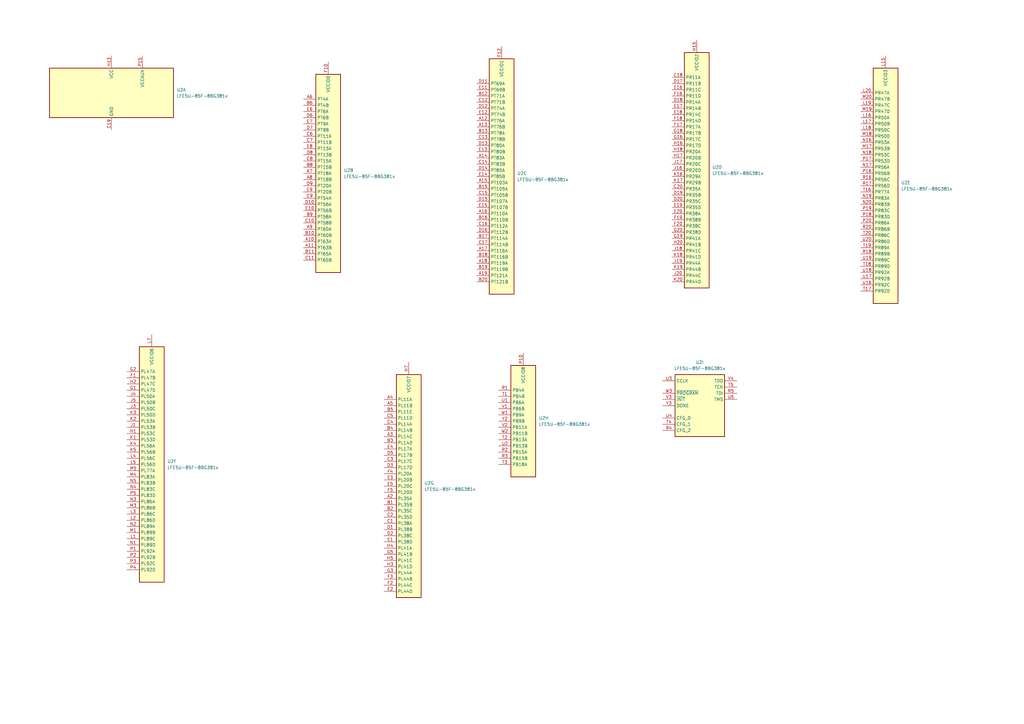
<source format=kicad_sch>
(kicad_sch (version 20231120) (generator "eeschema") (generator_version "8.0")
  (paper "A3")
  (title_block (title "PatchLogic 85 FPGA Board") (date "2025-01-06") (rev "V0.1") (company "ODHIN Unicamp") (comment 1 "Licensed under CERN OHL V2 Permissive") (comment 2 "Designed by: Julio Nunes Avelar"))
  (lib_symbols
    (symbol "FPGA_Lattice:LFE5U-85F-8BG381x"
      (property "Reference" "U" (at 24.13 16.51 0))
      (property "Value" "LFE5U-85F-8BG381x" (at 24.13 13.97 0))
      (symbol "LFE5U-85F-8BG381x_1_1"
        (rectangle (start -25.4 10.16) (end 25.4 -10.16) (stroke (width 0.3048)) (fill (type background)))
        (pin passive line (at 0 -15.24 90) (length 5.08) hide (name "GND") (number "B14"))
        (pin passive line (at 0 -15.24 90) (length 5.08) hide (name "GND") (number "B7"))
        (pin power_in line (at 0 -15.24 90) (length 5.08) (name "GND") (number "C19"))
        (pin passive line (at 0 -15.24 90) (length 5.08) hide (name "GND") (number "D4"))
        (pin passive line (at 0 -15.24 90) (length 5.08) hide (name "GND") (number "F13"))
        (pin passive line (at 0 -15.24 90) (length 5.08) hide (name "GND") (number "F14"))
        (pin passive line (at 12.7 15.24 270) (length 5.08) hide (name "VCCAUX") (number "F15"))
        (pin passive line (at 12.7 15.24 270) (length 5.08) hide (name "VCCAUX") (number "F6"))
        (pin passive line (at 0 -15.24 90) (length 5.08) hide (name "GND") (number "F7"))
        (pin passive line (at 0 -15.24 90) (length 5.08) hide (name "GND") (number "F8"))
        (pin passive line (at 0 -15.24 90) (length 5.08) hide (name "GND") (number "G10"))
        (pin passive line (at 0 -15.24 90) (length 5.08) hide (name "GND") (number "G11"))
        (pin passive line (at 0 -15.24 90) (length 5.08) hide (name "GND") (number "G12"))
        (pin passive line (at 0 -15.24 90) (length 5.08) hide (name "GND") (number "G13"))
        (pin passive line (at 0 -15.24 90) (length 5.08) hide (name "GND") (number "G14"))
        (pin passive line (at 0 -15.24 90) (length 5.08) hide (name "GND") (number "G15"))
        (pin passive line (at 0 -15.24 90) (length 5.08) hide (name "GND") (number "G17"))
        (pin passive line (at 0 -15.24 90) (length 5.08) hide (name "GND") (number "G4"))
        (pin passive line (at 0 -15.24 90) (length 5.08) hide (name "GND") (number "G6"))
        (pin passive line (at 0 -15.24 90) (length 5.08) hide (name "GND") (number "G7"))
        (pin passive line (at 0 -15.24 90) (length 5.08) hide (name "GND") (number "G8"))
        (pin passive line (at 0 -15.24 90) (length 5.08) hide (name "GND") (number "G9"))
        (pin passive line (at 0 15.24 270) (length 5.08) hide (name "VCC") (number "H10"))
        (pin passive line (at 0 15.24 270) (length 5.08) hide (name "VCC") (number "H11"))
        (pin passive line (at 0 15.24 270) (length 5.08) hide (name "VCC") (number "H12"))
        (pin power_in line (at 0 15.24 270) (length 5.08) (name "VCC") (number "H13"))
        (pin passive line (at 0 -15.24 90) (length 5.08) hide (name "GND") (number "H19"))
        (pin passive line (at 0 15.24 270) (length 5.08) hide (name "VCC") (number "H8"))
        (pin passive line (at 0 15.24 270) (length 5.08) hide (name "VCC") (number "H9"))
        (pin passive line (at 0 -15.24 90) (length 5.08) hide (name "GND") (number "J10"))
        (pin passive line (at 0 -15.24 90) (length 5.08) hide (name "GND") (number "J11"))
        (pin passive line (at 0 -15.24 90) (length 5.08) hide (name "GND") (number "J12"))
        (pin passive line (at 0 15.24 270) (length 5.08) hide (name "VCC") (number "J13"))
        (pin passive line (at 0 -15.24 90) (length 5.08) hide (name "GND") (number "J14"))
        (pin passive line (at 0 -15.24 90) (length 5.08) hide (name "GND") (number "J2"))
        (pin passive line (at 0 -15.24 90) (length 5.08) hide (name "GND") (number "J7"))
        (pin passive line (at 0 15.24 270) (length 5.08) hide (name "VCC") (number "J8"))
        (pin passive line (at 0 -15.24 90) (length 5.08) hide (name "GND") (number "J9"))
        (pin passive line (at 0 -15.24 90) (length 5.08) hide (name "GND") (number "K10"))
        (pin passive line (at 0 -15.24 90) (length 5.08) hide (name "GND") (number "K11"))
        (pin passive line (at 0 -15.24 90) (length 5.08) hide (name "GND") (number "K12"))
        (pin passive line (at 0 15.24 270) (length 5.08) hide (name "VCC") (number "K13"))
        (pin passive line (at 0 -15.24 90) (length 5.08) hide (name "GND") (number "K14"))
        (pin passive line (at 0 -15.24 90) (length 5.08) hide (name "GND") (number "K15"))
        (pin passive line (at 0 -15.24 90) (length 5.08) hide (name "GND") (number "K6"))
        (pin passive line (at 0 -15.24 90) (length 5.08) hide (name "GND") (number "K7"))
        (pin passive line (at 0 15.24 270) (length 5.08) hide (name "VCC") (number "K8"))
        (pin passive line (at 0 -15.24 90) (length 5.08) hide (name "GND") (number "K9"))
        (pin passive line (at 0 -15.24 90) (length 5.08) hide (name "GND") (number "L10"))
        (pin passive line (at 0 -15.24 90) (length 5.08) hide (name "GND") (number "L11"))
        (pin passive line (at 0 -15.24 90) (length 5.08) hide (name "GND") (number "L12"))
        (pin passive line (at 0 15.24 270) (length 5.08) hide (name "VCC") (number "L13"))
        (pin passive line (at 0 15.24 270) (length 5.08) hide (name "VCC") (number "L8"))
        (pin passive line (at 0 -15.24 90) (length 5.08) hide (name "GND") (number "L9"))
        (pin passive line (at 0 -15.24 90) (length 5.08) hide (name "GND") (number "M10"))
        (pin passive line (at 0 -15.24 90) (length 5.08) hide (name "GND") (number "M11"))
        (pin passive line (at 0 -15.24 90) (length 5.08) hide (name "GND") (number "M12"))
        (pin passive line (at 0 15.24 270) (length 5.08) hide (name "VCC") (number "M13"))
        (pin passive line (at 0 -15.24 90) (length 5.08) hide (name "GND") (number "M14"))
        (pin passive line (at 0 -15.24 90) (length 5.08) hide (name "GND") (number "M16"))
        (pin passive line (at 0 -15.24 90) (length 5.08) hide (name "GND") (number "M2"))
        (pin passive line (at 0 -15.24 90) (length 5.08) hide (name "GND") (number "M7"))
        (pin passive line (at 0 15.24 270) (length 5.08) hide (name "VCC") (number "M8"))
        (pin passive line (at 0 -15.24 90) (length 5.08) hide (name "GND") (number "M9"))
        (pin passive line (at 0 15.24 270) (length 5.08) hide (name "VCC") (number "N10"))
        (pin passive line (at 0 15.24 270) (length 5.08) hide (name "VCC") (number "N11"))
        (pin passive line (at 0 15.24 270) (length 5.08) hide (name "VCC") (number "N12"))
        (pin passive line (at 0 15.24 270) (length 5.08) hide (name "VCC") (number "N13"))
        (pin passive line (at 0 -15.24 90) (length 5.08) hide (name "GND") (number "N14"))
        (pin passive line (at 0 -15.24 90) (length 5.08) hide (name "GND") (number "N15"))
        (pin passive line (at 0 -15.24 90) (length 5.08) hide (name "GND") (number "N6"))
        (pin passive line (at 0 -15.24 90) (length 5.08) hide (name "GND") (number "N7"))
        (pin passive line (at 0 15.24 270) (length 5.08) hide (name "VCC") (number "N8"))
        (pin passive line (at 0 15.24 270) (length 5.08) hide (name "VCC") (number "N9"))
        (pin passive line (at 0 -15.24 90) (length 5.08) hide (name "GND") (number "P11"))
        (pin passive line (at 0 -15.24 90) (length 5.08) hide (name "GND") (number "P12"))
        (pin passive line (at 0 -15.24 90) (length 5.08) hide (name "GND") (number "P13"))
        (pin passive line (at 0 -15.24 90) (length 5.08) hide (name "GND") (number "P14"))
        (pin power_in line (at 12.7 15.24 270) (length 5.08) (name "VCCAUX") (number "P15"))
        (pin passive line (at 12.7 15.24 270) (length 5.08) hide (name "VCCAUX") (number "P6"))
        (pin passive line (at 0 -15.24 90) (length 5.08) hide (name "GND") (number "P7"))
        (pin passive line (at 0 -15.24 90) (length 5.08) hide (name "GND") (number "P8"))
        (pin passive line (at 0 -15.24 90) (length 5.08) hide (name "GND") (number "R19"))
        (pin passive line (at 0 -15.24 90) (length 5.08) hide (name "GND") (number "T10"))
        (pin passive line (at 0 -15.24 90) (length 5.08) hide (name "GND") (number "T11"))
        (pin passive line (at 0 -15.24 90) (length 5.08) hide (name "GND") (number "T12"))
        (pin passive line (at 0 -15.24 90) (length 5.08) hide (name "GND") (number "T13"))
        (pin passive line (at 0 -15.24 90) (length 5.08) hide (name "GND") (number "T14"))
        (pin passive line (at 0 -15.24 90) (length 5.08) hide (name "GND") (number "T15"))
        (pin passive line (at 0 -15.24 90) (length 5.08) hide (name "GND") (number "T6"))
        (pin passive line (at 0 -15.24 90) (length 5.08) hide (name "GND") (number "T7"))
        (pin passive line (at 0 -15.24 90) (length 5.08) hide (name "GND") (number "T8"))
        (pin passive line (at 0 -15.24 90) (length 5.08) hide (name "GND") (number "T9"))
        (pin passive line (at 0 -15.24 90) (length 5.08) hide (name "GND") (number "U10"))
        (pin passive line (at 0 -15.24 90) (length 5.08) hide (name "GND") (number "U11"))
        (pin passive line (at 0 -15.24 90) (length 5.08) hide (name "GND") (number "U12"))
        (pin passive line (at 0 -15.24 90) (length 5.08) hide (name "GND") (number "U13"))
        (pin passive line (at 0 -15.24 90) (length 5.08) hide (name "GND") (number "U14"))
        (pin passive line (at 0 -15.24 90) (length 5.08) hide (name "GND") (number "U15"))
        (pin passive line (at 0 -15.24 90) (length 5.08) hide (name "GND") (number "U6"))
        (pin passive line (at 0 -15.24 90) (length 5.08) hide (name "GND") (number "U7"))
        (pin passive line (at 0 -15.24 90) (length 5.08) hide (name "GND") (number "U8"))
        (pin passive line (at 0 -15.24 90) (length 5.08) hide (name "GND") (number "U9"))
        (pin passive line (at 0 -15.24 90) (length 5.08) hide (name "GND") (number "V10"))
        (pin passive line (at 0 -15.24 90) (length 5.08) hide (name "GND") (number "V11"))
        (pin passive line (at 0 -15.24 90) (length 5.08) hide (name "GND") (number "V12"))
        (pin passive line (at 0 -15.24 90) (length 5.08) hide (name "GND") (number "V13"))
        (pin passive line (at 0 -15.24 90) (length 5.08) hide (name "GND") (number "V14"))
        (pin passive line (at 0 -15.24 90) (length 5.08) hide (name "GND") (number "V15"))
        (pin passive line (at 0 -15.24 90) (length 5.08) hide (name "GND") (number "V16"))
        (pin passive line (at 0 -15.24 90) (length 5.08) hide (name "GND") (number "V17"))
        (pin passive line (at 0 -15.24 90) (length 5.08) hide (name "GND") (number "V18"))
        (pin passive line (at 0 -15.24 90) (length 5.08) hide (name "GND") (number "V19"))
        (pin passive line (at 0 -15.24 90) (length 5.08) hide (name "GND") (number "V20"))
        (pin passive line (at 0 -15.24 90) (length 5.08) hide (name "GND") (number "V5"))
        (pin passive line (at 0 -15.24 90) (length 5.08) hide (name "GND") (number "V6"))
        (pin passive line (at 0 -15.24 90) (length 5.08) hide (name "GND") (number "V7"))
        (pin passive line (at 0 -15.24 90) (length 5.08) hide (name "GND") (number "V8"))
        (pin passive line (at 0 -15.24 90) (length 5.08) hide (name "GND") (number "V9"))
        (pin passive line (at 0 -15.24 90) (length 5.08) hide (name "GND") (number "W12"))
        (pin no_connect line (at 25.4 -5.08 180) (length 5.08) hide (name "RESERVED") (number "W13"))
        (pin no_connect line (at 25.4 -2.54 180) (length 5.08) hide (name "RESERVED") (number "W14"))
        (pin passive line (at 0 -15.24 90) (length 5.08) hide (name "GND") (number "W15"))
        (pin passive line (at 0 -15.24 90) (length 5.08) hide (name "GND") (number "W16"))
        (pin no_connect line (at 25.4 0 180) (length 5.08) hide (name "RESERVED") (number "W17"))
        (pin no_connect line (at 25.4 2.54 180) (length 5.08) hide (name "RESERVED") (number "W18"))
        (pin passive line (at 0 -15.24 90) (length 5.08) hide (name "GND") (number "W19"))
        (pin passive line (at 0 -15.24 90) (length 5.08) hide (name "GND") (number "W20"))
        (pin no_connect line (at -25.4 2.54 0) (length 5.08) hide (name "RESERVED") (number "W4"))
        (pin no_connect line (at -25.4 0 0) (length 5.08) hide (name "RESERVED") (number "W5"))
        (pin passive line (at 0 -15.24 90) (length 5.08) hide (name "GND") (number "W6"))
        (pin passive line (at 0 -15.24 90) (length 5.08) hide (name "GND") (number "W7"))
        (pin no_connect line (at -25.4 -2.54 0) (length 5.08) hide (name "RESERVED") (number "W8"))
        (pin no_connect line (at -25.4 -5.08 0) (length 5.08) hide (name "RESERVED") (number "W9"))
        (pin passive line (at 0 -15.24 90) (length 5.08) hide (name "GND") (number "Y11"))
        (pin passive line (at 0 -15.24 90) (length 5.08) hide (name "GND") (number "Y12"))
        (pin passive line (at 0 -15.24 90) (length 5.08) hide (name "GND") (number "Y14"))
        (pin passive line (at 0 -15.24 90) (length 5.08) hide (name "GND") (number "Y15"))
        (pin passive line (at 0 -15.24 90) (length 5.08) hide (name "GND") (number "Y16"))
        (pin passive line (at 0 -15.24 90) (length 5.08) hide (name "GND") (number "Y17"))
        (pin passive line (at 0 -15.24 90) (length 5.08) hide (name "GND") (number "Y19"))
        (pin passive line (at 0 -15.24 90) (length 5.08) hide (name "GND") (number "Y5"))
        (pin passive line (at 0 -15.24 90) (length 5.08) hide (name "GND") (number "Y6"))
        (pin passive line (at 0 -15.24 90) (length 5.08) hide (name "GND") (number "Y7"))
        (pin passive line (at 0 -15.24 90) (length 5.08) hide (name "GND") (number "Y8"))
      )
      (symbol "LFE5U-85F-8BG381x_2_1"
        (rectangle (start -5.08 40.64) (end 5.08 -40.64) (stroke (width 0.3048)) (fill (type background)))
        (pin bidirectional line (at -10.16 -27.94 0) (length 5.08) (name "PT63A") (number "A10"))
        (pin bidirectional line (at -10.16 -30.48 0) (length 5.08) (name "PT63B") (number "A11"))
        (pin bidirectional line (at -10.16 30.48 0) (length 5.08) (name "PT4A") (number "A6"))
        (pin bidirectional line (at -10.16 0 0) (length 5.08) (name "PT18A") (number "A7"))
        (pin bidirectional line (at -10.16 -2.54 0) (length 5.08) (name "PT18B") (number "A8"))
        (pin bidirectional line (at -10.16 -22.86 0) (length 5.08) (name "PT60A") (number "A9"))
        (pin bidirectional line (at -10.16 -25.4 0) (length 5.08) (name "PT60B") (number "B10"))
        (pin bidirectional line (at -10.16 -33.02 0) (length 5.08) (name "PT65A") (number "B11"))
        (pin bidirectional line (at -10.16 27.94 0) (length 5.08) (name "PT4B") (number "B6"))
        (pin bidirectional line (at -10.16 2.54 0) (length 5.08) (name "PT15B") (number "B8"))
        (pin bidirectional line (at -10.16 -17.78 0) (length 5.08) (name "PT58A") (number "B9"))
        (pin bidirectional line (at -10.16 -20.32 0) (length 5.08) (name "PT58B") (number "C10"))
        (pin bidirectional line (at -10.16 -35.56 0) (length 5.08) (name "PT65B") (number "C11"))
        (pin bidirectional line (at -10.16 15.24 0) (length 5.08) (name "PT11A") (number "C6"))
        (pin bidirectional line (at -10.16 12.7 0) (length 5.08) (name "PT11B") (number "C7"))
        (pin bidirectional line (at -10.16 5.08 0) (length 5.08) (name "PT15A") (number "C8"))
        (pin bidirectional line (at -10.16 -10.16 0) (length 5.08) (name "PT54A") (number "C9"))
        (pin bidirectional line (at -10.16 -12.7 0) (length 5.08) (name "PT56A") (number "D10"))
        (pin bidirectional line (at -10.16 22.86 0) (length 5.08) (name "PT6B") (number "D6"))
        (pin bidirectional line (at -10.16 17.78 0) (length 5.08) (name "PT9B") (number "D7"))
        (pin bidirectional line (at -10.16 7.62 0) (length 5.08) (name "PT13B") (number "D8"))
        (pin bidirectional line (at -10.16 -5.08 0) (length 5.08) (name "PT20A") (number "D9"))
        (pin bidirectional line (at -10.16 -15.24 0) (length 5.08) (name "PT56B") (number "E10"))
        (pin bidirectional line (at -10.16 25.4 0) (length 5.08) (name "PT6A") (number "E6"))
        (pin bidirectional line (at -10.16 20.32 0) (length 5.08) (name "PT9A") (number "E7"))
        (pin bidirectional line (at -10.16 10.16 0) (length 5.08) (name "PT13A") (number "E8"))
        (pin bidirectional line (at -10.16 -7.62 0) (length 5.08) (name "PT20B") (number "E9"))
        (pin power_in line (at 0 45.72 270) (length 5.08) (name "VCCIO0") (number "F10"))
        (pin passive line (at 0 45.72 270) (length 5.08) hide (name "VCCIO0") (number "F9"))
      )
      (symbol "LFE5U-85F-8BG381x_3_1"
        (rectangle (start -5.08 48.26) (end 5.08 -48.26) (stroke (width 0.3048)) (fill (type background)))
        (pin bidirectional line (at -10.16 22.86 0) (length 5.08) (name "PT76A") (number "A12"))
        (pin bidirectional line (at -10.16 20.32 0) (length 5.08) (name "PT76B") (number "A13"))
        (pin bidirectional line (at -10.16 7.62 0) (length 5.08) (name "PT83A") (number "A14"))
        (pin bidirectional line (at -10.16 -2.54 0) (length 5.08) (name "PT103A") (number "A15"))
        (pin bidirectional line (at -10.16 -15.24 0) (length 5.08) (name "PT110A") (number "A16"))
        (pin bidirectional line (at -10.16 -30.48 0) (length 5.08) (name "PT116A") (number "A17"))
        (pin bidirectional line (at -10.16 -35.56 0) (length 5.08) (name "PT119A") (number "A18"))
        (pin bidirectional line (at -10.16 -40.64 0) (length 5.08) (name "PT121A") (number "A19"))
        (pin bidirectional line (at -10.16 33.02 0) (length 5.08) (name "PT71A") (number "B12"))
        (pin bidirectional line (at -10.16 17.78 0) (length 5.08) (name "PT78A") (number "B13"))
        (pin bidirectional line (at -10.16 -5.08 0) (length 5.08) (name "PT105A") (number "B15"))
        (pin bidirectional line (at -10.16 -17.78 0) (length 5.08) (name "PT110B") (number "B16"))
        (pin bidirectional line (at -10.16 -25.4 0) (length 5.08) (name "PT114A") (number "B17"))
        (pin bidirectional line (at -10.16 -33.02 0) (length 5.08) (name "PT116B") (number "B18"))
        (pin bidirectional line (at -10.16 -38.1 0) (length 5.08) (name "PT119B") (number "B19"))
        (pin bidirectional line (at -10.16 -43.18 0) (length 5.08) (name "PT121B") (number "B20"))
        (pin bidirectional line (at -10.16 30.48 0) (length 5.08) (name "PT71B") (number "C12"))
        (pin bidirectional line (at -10.16 15.24 0) (length 5.08) (name "PT78B") (number "C13"))
        (pin bidirectional line (at -10.16 5.08 0) (length 5.08) (name "PT83B") (number "C14"))
        (pin bidirectional line (at -10.16 -7.62 0) (length 5.08) (name "PT105B") (number "C15"))
        (pin bidirectional line (at -10.16 -20.32 0) (length 5.08) (name "PT112A") (number "C16"))
        (pin bidirectional line (at -10.16 -27.94 0) (length 5.08) (name "PT114B") (number "C17"))
        (pin bidirectional line (at -10.16 38.1 0) (length 5.08) (name "PT69A") (number "D11"))
        (pin bidirectional line (at -10.16 27.94 0) (length 5.08) (name "PT74A") (number "D12"))
        (pin bidirectional line (at -10.16 12.7 0) (length 5.08) (name "PT80A") (number "D13"))
        (pin bidirectional line (at -10.16 2.54 0) (length 5.08) (name "PT85A") (number "D14"))
        (pin bidirectional line (at -10.16 -10.16 0) (length 5.08) (name "PT107A") (number "D15"))
        (pin bidirectional line (at -10.16 -22.86 0) (length 5.08) (name "PT112B") (number "D16"))
        (pin bidirectional line (at -10.16 35.56 0) (length 5.08) (name "PT69B") (number "E11"))
        (pin bidirectional line (at -10.16 25.4 0) (length 5.08) (name "PT74B") (number "E12"))
        (pin bidirectional line (at -10.16 10.16 0) (length 5.08) (name "PT80B") (number "E13"))
        (pin bidirectional line (at -10.16 0 0) (length 5.08) (name "PT85B") (number "E14"))
        (pin bidirectional line (at -10.16 -12.7 0) (length 5.08) (name "PT107B") (number "E15"))
        (pin passive line (at 0 53.34 270) (length 5.08) hide (name "VCCIO1") (number "F11"))
        (pin power_in line (at 0 53.34 270) (length 5.08) (name "VCCIO1") (number "F12"))
      )
      (symbol "LFE5U-85F-8BG381x_4_1"
        (rectangle (start -5.08 48.26) (end 5.08 -48.26) (stroke (width 0.3048)) (fill (type background)))
        (pin bidirectional line (at -10.16 38.1 0) (length 5.08) (name "PR11A") (number "C18"))
        (pin bidirectional line (at -10.16 -7.62 0) (length 5.08) (name "PR35A") (number "C20"))
        (pin bidirectional line (at -10.16 35.56 0) (length 5.08) (name "PR11B") (number "D17"))
        (pin bidirectional line (at -10.16 27.94 0) (length 5.08) (name "PR14A") (number "D18"))
        (pin bidirectional line (at -10.16 -10.16 0) (length 5.08) (name "PR35B") (number "D19"))
        (pin bidirectional line (at -10.16 -12.7 0) (length 5.08) (name "PR35C") (number "D20"))
        (pin bidirectional line (at -10.16 33.02 0) (length 5.08) (name "PR11C") (number "E16"))
        (pin bidirectional line (at -10.16 25.4 0) (length 5.08) (name "PR14B") (number "E17"))
        (pin bidirectional line (at -10.16 22.86 0) (length 5.08) (name "PR14C") (number "E18"))
        (pin bidirectional line (at -10.16 -15.24 0) (length 5.08) (name "PR35D") (number "E19"))
        (pin bidirectional line (at -10.16 -17.78 0) (length 5.08) (name "PR38A") (number "E20"))
        (pin bidirectional line (at -10.16 30.48 0) (length 5.08) (name "PR11D") (number "F16"))
        (pin bidirectional line (at -10.16 17.78 0) (length 5.08) (name "PR17A") (number "F17"))
        (pin bidirectional line (at -10.16 20.32 0) (length 5.08) (name "PR14D") (number "F18"))
        (pin bidirectional line (at -10.16 -20.32 0) (length 5.08) (name "PR38B") (number "F19"))
        (pin bidirectional line (at -10.16 -22.86 0) (length 5.08) (name "PR38C") (number "F20"))
        (pin bidirectional line (at -10.16 12.7 0) (length 5.08) (name "PR17C") (number "G16"))
        (pin bidirectional line (at -10.16 15.24 0) (length 5.08) (name "PR17B") (number "G18"))
        (pin bidirectional line (at -10.16 -27.94 0) (length 5.08) (name "PR41A") (number "G19"))
        (pin bidirectional line (at -10.16 -25.4 0) (length 5.08) (name "PR38D") (number "G20"))
        (pin passive line (at 0 53.34 270) (length 5.08) hide (name "VCCIO2") (number "H14"))
        (pin power_in line (at 0 53.34 270) (length 5.08) (name "VCCIO2") (number "H15"))
        (pin bidirectional line (at -10.16 10.16 0) (length 5.08) (name "PR17D") (number "H16"))
        (pin bidirectional line (at -10.16 5.08 0) (length 5.08) (name "PR20B") (number "H17"))
        (pin bidirectional line (at -10.16 7.62 0) (length 5.08) (name "PR20A") (number "H18"))
        (pin bidirectional line (at -10.16 -30.48 0) (length 5.08) (name "PR41B") (number "H20"))
        (pin passive line (at 0 53.34 270) (length 5.08) hide (name "VCCIO2") (number "J15"))
        (pin bidirectional line (at -10.16 0 0) (length 5.08) (name "PR20D") (number "J16"))
        (pin bidirectional line (at -10.16 2.54 0) (length 5.08) (name "PR20C") (number "J17"))
        (pin bidirectional line (at -10.16 -33.02 0) (length 5.08) (name "PR41C") (number "J18"))
        (pin bidirectional line (at -10.16 -38.1 0) (length 5.08) (name "PR44A") (number "J19"))
        (pin bidirectional line (at -10.16 -43.18 0) (length 5.08) (name "PR44C") (number "J20"))
        (pin bidirectional line (at -10.16 -2.54 0) (length 5.08) (name "PR29A") (number "K16"))
        (pin bidirectional line (at -10.16 -5.08 0) (length 5.08) (name "PR29B") (number "K17"))
        (pin bidirectional line (at -10.16 -35.56 0) (length 5.08) (name "PR41D") (number "K18"))
        (pin bidirectional line (at -10.16 -40.64 0) (length 5.08) (name "PR44B") (number "K19"))
        (pin bidirectional line (at -10.16 -45.72 0) (length 5.08) (name "PR44D") (number "K20"))
      )
      (symbol "LFE5U-85F-8BG381x_5_1"
        (rectangle (start -5.08 48.26) (end 5.08 -48.26) (stroke (width 0.3048)) (fill (type background)))
        (pin passive line (at 0 53.34 270) (length 5.08) hide (name "VCCIO3") (number "L14"))
        (pin power_in line (at 0 53.34 270) (length 5.08) (name "VCCIO3") (number "L15"))
        (pin bidirectional line (at -10.16 27.94 0) (length 5.08) (name "PR50A") (number "L16"))
        (pin bidirectional line (at -10.16 25.4 0) (length 5.08) (name "PR50B") (number "L17"))
        (pin bidirectional line (at -10.16 22.86 0) (length 5.08) (name "PR50C") (number "L18"))
        (pin bidirectional line (at -10.16 33.02 0) (length 5.08) (name "PR47C") (number "L19"))
        (pin bidirectional line (at -10.16 38.1 0) (length 5.08) (name "PR47A") (number "L20"))
        (pin passive line (at 0 53.34 270) (length 5.08) hide (name "VCCIO3") (number "M15"))
        (pin bidirectional line (at -10.16 15.24 0) (length 5.08) (name "PR53B") (number "M17"))
        (pin bidirectional line (at -10.16 20.32 0) (length 5.08) (name "PR50D") (number "M18"))
        (pin bidirectional line (at -10.16 30.48 0) (length 5.08) (name "PR47D") (number "M19"))
        (pin bidirectional line (at -10.16 35.56 0) (length 5.08) (name "PR47B") (number "M20"))
        (pin bidirectional line (at -10.16 17.78 0) (length 5.08) (name "PR53A") (number "N16"))
        (pin bidirectional line (at -10.16 7.62 0) (length 5.08) (name "PR56A") (number "N17"))
        (pin bidirectional line (at -10.16 12.7 0) (length 5.08) (name "PR53C") (number "N18"))
        (pin bidirectional line (at -10.16 -5.08 0) (length 5.08) (name "PR83A") (number "N19"))
        (pin bidirectional line (at -10.16 -7.62 0) (length 5.08) (name "PR83B") (number "N20"))
        (pin bidirectional line (at -10.16 5.08 0) (length 5.08) (name "PR56B") (number "P16"))
        (pin bidirectional line (at -10.16 10.16 0) (length 5.08) (name "PR53D") (number "P17"))
        (pin bidirectional line (at -10.16 -12.7 0) (length 5.08) (name "PR83D") (number "P18"))
        (pin bidirectional line (at -10.16 -10.16 0) (length 5.08) (name "PR83C") (number "P19"))
        (pin bidirectional line (at -10.16 -15.24 0) (length 5.08) (name "PR86A") (number "P20"))
        (pin bidirectional line (at -10.16 2.54 0) (length 5.08) (name "PR56C") (number "R16"))
        (pin bidirectional line (at -10.16 0 0) (length 5.08) (name "PR56D") (number "R17"))
        (pin bidirectional line (at -10.16 -27.94 0) (length 5.08) (name "PR89B") (number "R18"))
        (pin bidirectional line (at -10.16 -17.78 0) (length 5.08) (name "PR86B") (number "R20"))
        (pin bidirectional line (at -10.16 -2.54 0) (length 5.08) (name "PR77A") (number "T16"))
        (pin bidirectional line (at -10.16 -43.18 0) (length 5.08) (name "PR92D") (number "T17"))
        (pin bidirectional line (at -10.16 -33.02 0) (length 5.08) (name "PR89D") (number "T18"))
        (pin bidirectional line (at -10.16 -25.4 0) (length 5.08) (name "PR89A") (number "T19"))
        (pin bidirectional line (at -10.16 -20.32 0) (length 5.08) (name "PR86C") (number "T20"))
        (pin bidirectional line (at -10.16 -40.64 0) (length 5.08) (name "PR92C") (number "U16"))
        (pin bidirectional line (at -10.16 -38.1 0) (length 5.08) (name "PR92B") (number "U17"))
        (pin bidirectional line (at -10.16 -35.56 0) (length 5.08) (name "PR92A") (number "U18"))
        (pin bidirectional line (at -10.16 -30.48 0) (length 5.08) (name "PR89C") (number "U19"))
        (pin bidirectional line (at -10.16 -22.86 0) (length 5.08) (name "PR86D") (number "U20"))
      )
      (symbol "LFE5U-85F-8BG381x_6_1"
        (rectangle (start -5.08 48.26) (end 5.08 -48.26) (stroke (width 0.3048)) (fill (type background)))
        (pin bidirectional line (at -10.16 35.56 0) (length 5.08) (name "PL47B") (number "F1"))
        (pin bidirectional line (at -10.16 30.48 0) (length 5.08) (name "PL47D") (number "G1"))
        (pin bidirectional line (at -10.16 38.1 0) (length 5.08) (name "PL47A") (number "G2"))
        (pin bidirectional line (at -10.16 12.7 0) (length 5.08) (name "PL53C") (number "H1"))
        (pin bidirectional line (at -10.16 33.02 0) (length 5.08) (name "PL47C") (number "H2"))
        (pin bidirectional line (at -10.16 15.24 0) (length 5.08) (name "PL53B") (number "J1"))
        (pin bidirectional line (at -10.16 22.86 0) (length 5.08) (name "PL50C") (number "J3"))
        (pin bidirectional line (at -10.16 27.94 0) (length 5.08) (name "PL50A") (number "J4"))
        (pin bidirectional line (at -10.16 25.4 0) (length 5.08) (name "PL50B") (number "J5"))
        (pin bidirectional line (at -10.16 10.16 0) (length 5.08) (name "PL53D") (number "K1"))
        (pin bidirectional line (at -10.16 17.78 0) (length 5.08) (name "PL53A") (number "K2"))
        (pin bidirectional line (at -10.16 20.32 0) (length 5.08) (name "PL50D") (number "K3"))
        (pin bidirectional line (at -10.16 7.62 0) (length 5.08) (name "PL56A") (number "K4"))
        (pin bidirectional line (at -10.16 5.08 0) (length 5.08) (name "PL56B") (number "K5"))
        (pin bidirectional line (at -10.16 -30.48 0) (length 5.08) (name "PL89C") (number "L1"))
        (pin bidirectional line (at -10.16 -22.86 0) (length 5.08) (name "PL86D") (number "L2"))
        (pin bidirectional line (at -10.16 -20.32 0) (length 5.08) (name "PL86C") (number "L3"))
        (pin bidirectional line (at -10.16 2.54 0) (length 5.08) (name "PL56C") (number "L4"))
        (pin bidirectional line (at -10.16 0 0) (length 5.08) (name "PL56D") (number "L5"))
        (pin passive line (at 0 53.34 270) (length 5.08) hide (name "VCCIO6") (number "L6"))
        (pin power_in line (at 0 53.34 270) (length 5.08) (name "VCCIO6") (number "L7"))
        (pin bidirectional line (at -10.16 -27.94 0) (length 5.08) (name "PL89B") (number "M1"))
        (pin bidirectional line (at -10.16 -17.78 0) (length 5.08) (name "PL86B") (number "M3"))
        (pin bidirectional line (at -10.16 -5.08 0) (length 5.08) (name "PL83A") (number "M4"))
        (pin bidirectional line (at -10.16 -2.54 0) (length 5.08) (name "PL77A") (number "M5"))
        (pin passive line (at 0 53.34 270) (length 5.08) hide (name "VCCIO6") (number "M6"))
        (pin bidirectional line (at -10.16 -33.02 0) (length 5.08) (name "PL89D") (number "N1"))
        (pin bidirectional line (at -10.16 -25.4 0) (length 5.08) (name "PL89A") (number "N2"))
        (pin bidirectional line (at -10.16 -15.24 0) (length 5.08) (name "PL86A") (number "N3"))
        (pin bidirectional line (at -10.16 -10.16 0) (length 5.08) (name "PL83C") (number "N4"))
        (pin bidirectional line (at -10.16 -7.62 0) (length 5.08) (name "PL83B") (number "N5"))
        (pin bidirectional line (at -10.16 -35.56 0) (length 5.08) (name "PL92A") (number "P1"))
        (pin bidirectional line (at -10.16 -38.1 0) (length 5.08) (name "PL92B") (number "P2"))
        (pin bidirectional line (at -10.16 -40.64 0) (length 5.08) (name "PL92C") (number "P3"))
        (pin bidirectional line (at -10.16 -43.18 0) (length 5.08) (name "PL92D") (number "P4"))
        (pin bidirectional line (at -10.16 -12.7 0) (length 5.08) (name "PL83D") (number "P5"))
      )
      (symbol "LFE5U-85F-8BG381x_7_1"
        (rectangle (start -5.08 45.72) (end 5.08 -45.72) (stroke (width 0.3048)) (fill (type background)))
        (pin bidirectional line (at -10.16 -5.08 0) (length 5.08) (name "PL35A") (number "A2"))
        (pin bidirectional line (at -10.16 20.32 0) (length 5.08) (name "PL14C") (number "A3"))
        (pin bidirectional line (at -10.16 35.56 0) (length 5.08) (name "PL11A") (number "A4"))
        (pin bidirectional line (at -10.16 33.02 0) (length 5.08) (name "PL11B") (number "A5"))
        (pin bidirectional line (at -10.16 -7.62 0) (length 5.08) (name "PL35B") (number "B1"))
        (pin bidirectional line (at -10.16 -10.16 0) (length 5.08) (name "PL35C") (number "B2"))
        (pin bidirectional line (at -10.16 17.78 0) (length 5.08) (name "PL14D") (number "B3"))
        (pin bidirectional line (at -10.16 22.86 0) (length 5.08) (name "PL14B") (number "B4"))
        (pin bidirectional line (at -10.16 30.48 0) (length 5.08) (name "PL11C") (number "B5"))
        (pin bidirectional line (at -10.16 -15.24 0) (length 5.08) (name "PL38A") (number "C1"))
        (pin bidirectional line (at -10.16 -12.7 0) (length 5.08) (name "PL35D") (number "C2"))
        (pin bidirectional line (at -10.16 10.16 0) (length 5.08) (name "PL17C") (number "C3"))
        (pin bidirectional line (at -10.16 25.4 0) (length 5.08) (name "PL14A") (number "C4"))
        (pin bidirectional line (at -10.16 27.94 0) (length 5.08) (name "PL11D") (number "C5"))
        (pin bidirectional line (at -10.16 -17.78 0) (length 5.08) (name "PL38B") (number "D1"))
        (pin bidirectional line (at -10.16 -20.32 0) (length 5.08) (name "PL38C") (number "D2"))
        (pin bidirectional line (at -10.16 7.62 0) (length 5.08) (name "PL17D") (number "D3"))
        (pin bidirectional line (at -10.16 12.7 0) (length 5.08) (name "PL17B") (number "D5"))
        (pin bidirectional line (at -10.16 -22.86 0) (length 5.08) (name "PL38D") (number "E1"))
        (pin bidirectional line (at -10.16 -43.18 0) (length 5.08) (name "PL44D") (number "E2"))
        (pin bidirectional line (at -10.16 2.54 0) (length 5.08) (name "PL20B") (number "E3"))
        (pin bidirectional line (at -10.16 15.24 0) (length 5.08) (name "PL17A") (number "E4"))
        (pin bidirectional line (at -10.16 0 0) (length 5.08) (name "PL20C") (number "E5"))
        (pin bidirectional line (at -10.16 -40.64 0) (length 5.08) (name "PL44C") (number "F2"))
        (pin bidirectional line (at -10.16 -38.1 0) (length 5.08) (name "PL44B") (number "F3"))
        (pin bidirectional line (at -10.16 5.08 0) (length 5.08) (name "PL20A") (number "F4"))
        (pin bidirectional line (at -10.16 -2.54 0) (length 5.08) (name "PL20D") (number "F5"))
        (pin bidirectional line (at -10.16 -35.56 0) (length 5.08) (name "PL44A") (number "G3"))
        (pin bidirectional line (at -10.16 -27.94 0) (length 5.08) (name "PL41B") (number "G5"))
        (pin bidirectional line (at -10.16 -33.02 0) (length 5.08) (name "PL41D") (number "H3"))
        (pin bidirectional line (at -10.16 -25.4 0) (length 5.08) (name "PL41A") (number "H4"))
        (pin bidirectional line (at -10.16 -30.48 0) (length 5.08) (name "PL41C") (number "H5"))
        (pin passive line (at 0 50.8 270) (length 5.08) hide (name "VCCIO7") (number "H6"))
        (pin power_in line (at 0 50.8 270) (length 5.08) (name "VCCIO7") (number "H7"))
        (pin passive line (at 0 50.8 270) (length 5.08) hide (name "VCCIO7") (number "J6"))
      )
      (symbol "LFE5U-85F-8BG381x_8_1"
        (rectangle (start -5.08 22.86) (end 5.08 -22.86) (stroke (width 0.3048)) (fill (type background)))
        (pin power_in line (at 0 27.94 270) (length 5.08) (name "VCCIO8") (number "P10"))
        (pin passive line (at 0 27.94 270) (length 5.08) hide (name "VCCIO8") (number "P9"))
        (pin bidirectional line (at -10.16 12.7 0) (length 5.08) (name "PB4A") (number "R1"))
        (pin bidirectional line (at -10.16 -12.7 0) (length 5.08) (name "PB15A") (number "R2"))
        (pin bidirectional line (at -10.16 -15.24 0) (length 5.08) (name "PB15B") (number "R3"))
        (pin bidirectional line (at -10.16 10.16 0) (length 5.08) (name "PB4B") (number "T1"))
        (pin bidirectional line (at -10.16 -7.62 0) (length 5.08) (name "PB13A") (number "T2"))
        (pin bidirectional line (at -10.16 -17.78 0) (length 5.08) (name "PB18A") (number "T3"))
        (pin bidirectional line (at -10.16 7.62 0) (length 5.08) (name "PB6A") (number "U1"))
        (pin bidirectional line (at -10.16 -10.16 0) (length 5.08) (name "PB13B") (number "U2"))
        (pin bidirectional line (at -10.16 5.08 0) (length 5.08) (name "PB6B") (number "V1"))
        (pin bidirectional line (at -10.16 -2.54 0) (length 5.08) (name "PB11A") (number "V2"))
        (pin bidirectional line (at -10.16 2.54 0) (length 5.08) (name "PB9A") (number "W1"))
        (pin bidirectional line (at -10.16 -5.08 0) (length 5.08) (name "PB11B") (number "W2"))
        (pin bidirectional line (at -10.16 0 0) (length 5.08) (name "PB9B") (number "Y2"))
      )
      (symbol "LFE5U-85F-8BG381x_9_1"
        (rectangle (start -10.16 12.7) (end 10.16 -12.7) (stroke (width 0.3048)) (fill (type background)))
        (pin input line (at -15.24 -10.16 0) (length 5.08) (name "CFG_2") (number "R4"))
        (pin input line (at 15.24 5.08 180) (length 5.08) (name "TDI") (number "R5"))
        (pin input line (at -15.24 -7.62 0) (length 5.08) (name "CFG_1") (number "T4"))
        (pin input line (at 15.24 7.62 180) (length 5.08) (name "TCK") (number "T5"))
        (pin bidirectional line (at -15.24 10.16 0) (length 5.08) (name "CCLK") (number "U3"))
        (pin input line (at -15.24 -5.08 0) (length 5.08) (name "CFG_0") (number "U4"))
        (pin input line (at 15.24 2.54 180) (length 5.08) (name "TMS") (number "U5"))
        (pin open_collector line (at -15.24 2.54 0) (length 5.08) (name "~{INIT}") (number "V3"))
        (pin output line (at 15.24 10.16 180) (length 5.08) (name "TDO") (number "V4"))
        (pin no_connect line (at 10.16 -2.54 180) (length 5.08) hide (name "RESERVED") (number "W10"))
        (pin no_connect line (at 10.16 -5.08 180) (length 5.08) hide (name "RESERVED") (number "W11"))
        (pin input line (at -15.24 5.08 0) (length 5.08) (name "~{PROGRAM}") (number "W3"))
        (pin open_collector line (at -15.24 0 0) (length 5.08) (name "DONE") (number "Y3"))
      )
    )
  )
  (symbol (lib_id "FPGA_Lattice:LFE5U-85F-8BG381x") (at 363.22 76.2 0) (unit 5)
    (property "Reference" "U2" (at 369.57 74.9299 0) (effects (justify left)))
    (property "Value" "LFE5U-85F-8BG381x" (at 369.57 77.4699 0) (effects (justify left)))
    (property "Footprint" "Package_BGA:Lattice_caBGA-381_17.0x17.0mm_Layout20x20_P0.8mm_Ball0.4mm_Pad0.4mm_NSMD" (effects (hide yes)))
    (property "Datasheet" "https://www.latticesemi.com/view_document?document_id=50461" (effects (hide yes)))
    (property "Description" "ECP5 FPGA, 84K LUTs, 1.2V, BGA-381" (effects (hide yes)))
  )
  (symbol (lib_id "FPGA_Lattice:LFE5U-85F-8BG381x") (at 45.72 38.1 0) (unit 1)
    (property "Reference" "U2" (at 72.39 36.8299 0) (effects (justify left)))
    (property "Value" "LFE5U-85F-8BG381x" (at 72.39 39.3699 0) (effects (justify left)))
    (property "Footprint" "Package_BGA:Lattice_caBGA-381_17.0x17.0mm_Layout20x20_P0.8mm_Ball0.4mm_Pad0.4mm_NSMD" (effects (hide yes)))
    (property "Datasheet" "https://www.latticesemi.com/view_document?document_id=50461" (effects (hide yes)))
    (property "Description" "ECP5 FPGA, 84K LUTs, 1.2V, BGA-381" (effects (hide yes)))
  )
  (symbol (lib_id "FPGA_Lattice:LFE5U-85F-8BG381x") (at 287.02 166.37 0) (unit 9)
    (property "Reference" "U2" (at 287.02 148.59 0))
    (property "Value" "LFE5U-85F-8BG381x" (at 287.02 151.13 0))
    (property "Footprint" "Package_BGA:Lattice_caBGA-381_17.0x17.0mm_Layout20x20_P0.8mm_Ball0.4mm_Pad0.4mm_NSMD" (effects (hide yes)))
    (property "Datasheet" "https://www.latticesemi.com/view_document?document_id=50461" (effects (hide yes)))
    (property "Description" "ECP5 FPGA, 84K LUTs, 1.2V, BGA-381" (effects (hide yes)))
  )
  (symbol (lib_id "FPGA_Lattice:LFE5U-85F-8BG381x") (at 214.63 172.72 0) (unit 8)
    (property "Reference" "U2" (at 220.98 171.4499 0) (effects (justify left)))
    (property "Value" "LFE5U-85F-8BG381x" (at 220.98 173.9899 0) (effects (justify left)))
    (property "Footprint" "Package_BGA:Lattice_caBGA-381_17.0x17.0mm_Layout20x20_P0.8mm_Ball0.4mm_Pad0.4mm_NSMD" (effects (hide yes)))
    (property "Datasheet" "https://www.latticesemi.com/view_document?document_id=50461" (effects (hide yes)))
    (property "Description" "ECP5 FPGA, 84K LUTs, 1.2V, BGA-381" (effects (hide yes)))
  )
  (symbol (lib_id "FPGA_Lattice:LFE5U-85F-8BG381x") (at 62.23 190.5 0) (unit 6)
    (property "Reference" "U2" (at 68.58 189.2299 0) (effects (justify left)))
    (property "Value" "LFE5U-85F-8BG381x" (at 68.58 191.7699 0) (effects (justify left)))
    (property "Footprint" "Package_BGA:Lattice_caBGA-381_17.0x17.0mm_Layout20x20_P0.8mm_Ball0.4mm_Pad0.4mm_NSMD" (effects (hide yes)))
    (property "Datasheet" "https://www.latticesemi.com/view_document?document_id=50461" (effects (hide yes)))
    (property "Description" "ECP5 FPGA, 84K LUTs, 1.2V, BGA-381" (effects (hide yes)))
  )
  (symbol (lib_id "FPGA_Lattice:LFE5U-85F-8BG381x") (at 134.62 71.12 0) (unit 2)
    (property "Reference" "U2" (at 140.97 69.8499 0) (effects (justify left)))
    (property "Value" "LFE5U-85F-8BG381x" (at 140.97 72.3899 0) (effects (justify left)))
    (property "Footprint" "Package_BGA:Lattice_caBGA-381_17.0x17.0mm_Layout20x20_P0.8mm_Ball0.4mm_Pad0.4mm_NSMD" (effects (hide yes)))
    (property "Datasheet" "https://www.latticesemi.com/view_document?document_id=50461" (effects (hide yes)))
    (property "Description" "ECP5 FPGA, 84K LUTs, 1.2V, BGA-381" (effects (hide yes)))
  )
  (symbol (lib_id "FPGA_Lattice:LFE5U-85F-8BG381x") (at 167.64 199.39 0) (unit 7)
    (property "Reference" "U2" (at 173.99 198.1199 0) (effects (justify left)))
    (property "Value" "LFE5U-85F-8BG381x" (at 173.99 200.6599 0) (effects (justify left)))
    (property "Footprint" "Package_BGA:Lattice_caBGA-381_17.0x17.0mm_Layout20x20_P0.8mm_Ball0.4mm_Pad0.4mm_NSMD" (effects (hide yes)))
    (property "Datasheet" "https://www.latticesemi.com/view_document?document_id=50461" (effects (hide yes)))
    (property "Description" "ECP5 FPGA, 84K LUTs, 1.2V, BGA-381" (effects (hide yes)))
  )
  (symbol (lib_id "FPGA_Lattice:LFE5U-85F-8BG381x") (at 205.74 72.39 0) (unit 3)
    (property "Reference" "U2" (at 212.09 71.1199 0) (effects (justify left)))
    (property "Value" "LFE5U-85F-8BG381x" (at 212.09 73.6599 0) (effects (justify left)))
    (property "Footprint" "Package_BGA:Lattice_caBGA-381_17.0x17.0mm_Layout20x20_P0.8mm_Ball0.4mm_Pad0.4mm_NSMD" (effects (hide yes)))
    (property "Datasheet" "https://www.latticesemi.com/view_document?document_id=50461" (effects (hide yes)))
    (property "Description" "ECP5 FPGA, 84K LUTs, 1.2V, BGA-381" (effects (hide yes)))
  )
  (symbol (lib_id "FPGA_Lattice:LFE5U-85F-8BG381x") (at 285.75 69.85 0) (unit 4)
    (property "Reference" "U2" (at 292.1 68.5799 0) (effects (justify left)))
    (property "Value" "LFE5U-85F-8BG381x" (at 292.1 71.1199 0) (effects (justify left)))
    (property "Footprint" "Package_BGA:Lattice_caBGA-381_17.0x17.0mm_Layout20x20_P0.8mm_Ball0.4mm_Pad0.4mm_NSMD" (effects (hide yes)))
    (property "Datasheet" "https://www.latticesemi.com/view_document?document_id=50461" (effects (hide yes)))
    (property "Description" "ECP5 FPGA, 84K LUTs, 1.2V, BGA-381" (effects (hide yes)))
  )
)
</source>
